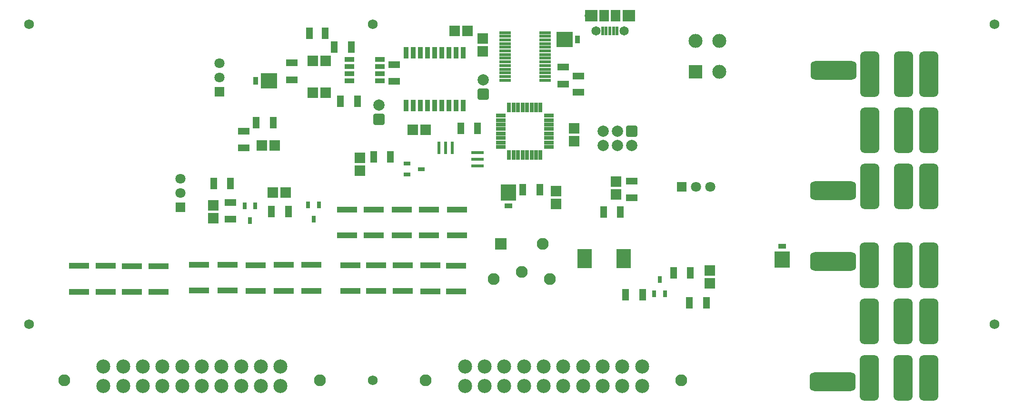
<source format=gts>
G04*
G04 #@! TF.GenerationSoftware,Altium Limited,Altium Designer,19.0.10 (269)*
G04*
G04 Layer_Color=8388736*
%FSLAX44Y44*%
%MOMM*%
G71*
G01*
G75*
%ADD42R,2.0032X0.5532*%
%ADD43R,2.0032X1.2532*%
%ADD44R,0.6032X2.2032*%
%ADD45R,2.2032X0.6032*%
%ADD46R,3.6332X1.0532*%
%ADD47R,0.8532X2.0532*%
%ADD48R,1.7282X0.8532*%
%ADD49R,1.7032X0.7032*%
%ADD50R,0.7032X1.7032*%
%ADD51R,1.2332X2.0732*%
%ADD52R,1.2532X2.0032*%
%ADD53R,1.2032X0.8032*%
%ADD54R,0.8032X1.2032*%
%ADD55R,1.7032X2.1032*%
%ADD56R,0.6032X1.5532*%
%ADD57R,2.3032X2.1032*%
%ADD58R,2.7432X2.8732*%
%ADD59R,1.4732X0.9652*%
%ADD60R,2.6032X3.5032*%
%ADD61R,1.9532X1.9032*%
%ADD62R,1.9032X1.9532*%
%ADD63R,2.0732X1.2332*%
%ADD64R,0.9652X1.4732*%
%ADD65R,2.8732X2.7432*%
G04:AMPARAMS|DCode=66|XSize=3.4032mm|YSize=8.2032mm|CornerRadius=0.9016mm|HoleSize=0mm|Usage=FLASHONLY|Rotation=270.000|XOffset=0mm|YOffset=0mm|HoleType=Round|Shape=RoundedRectangle|*
%AMROUNDEDRECTD66*
21,1,3.4032,6.4000,0,0,270.0*
21,1,1.6000,8.2032,0,0,270.0*
1,1,1.8032,-3.2000,-0.8000*
1,1,1.8032,-3.2000,0.8000*
1,1,1.8032,3.2000,0.8000*
1,1,1.8032,3.2000,-0.8000*
%
%ADD66ROUNDEDRECTD66*%
G04:AMPARAMS|DCode=67|XSize=3.4032mm|YSize=8.2032mm|CornerRadius=0.9016mm|HoleSize=0mm|Usage=FLASHONLY|Rotation=0.000|XOffset=0mm|YOffset=0mm|HoleType=Round|Shape=RoundedRectangle|*
%AMROUNDEDRECTD67*
21,1,3.4032,6.4000,0,0,0.0*
21,1,1.6000,8.2032,0,0,0.0*
1,1,1.8032,0.8000,-3.2000*
1,1,1.8032,-0.8000,-3.2000*
1,1,1.8032,-0.8000,3.2000*
1,1,1.8032,0.8000,3.2000*
%
%ADD67ROUNDEDRECTD67*%
%ADD68C,2.0032*%
G04:AMPARAMS|DCode=69|XSize=2.0032mm|YSize=2.0032mm|CornerRadius=0.3266mm|HoleSize=0mm|Usage=FLASHONLY|Rotation=180.000|XOffset=0mm|YOffset=0mm|HoleType=Round|Shape=RoundedRectangle|*
%AMROUNDEDRECTD69*
21,1,2.0032,1.3500,0,0,180.0*
21,1,1.3500,2.0032,0,0,180.0*
1,1,0.6532,-0.6750,0.6750*
1,1,0.6532,0.6750,0.6750*
1,1,0.6532,0.6750,-0.6750*
1,1,0.6532,-0.6750,-0.6750*
%
%ADD69ROUNDEDRECTD69*%
%ADD70R,1.8032X1.8032*%
%ADD71C,1.8032*%
%ADD72C,2.5032*%
%ADD73C,2.1032*%
%ADD74R,2.4892X2.4892*%
%ADD75C,2.4892*%
G04:AMPARAMS|DCode=76|XSize=2.0032mm|YSize=2.0032mm|CornerRadius=0.3266mm|HoleSize=0mm|Usage=FLASHONLY|Rotation=90.000|XOffset=0mm|YOffset=0mm|HoleType=Round|Shape=RoundedRectangle|*
%AMROUNDEDRECTD76*
21,1,2.0032,1.3500,0,0,90.0*
21,1,1.3500,2.0032,0,0,90.0*
1,1,0.6532,0.6750,0.6750*
1,1,0.6532,0.6750,-0.6750*
1,1,0.6532,-0.6750,-0.6750*
1,1,0.6532,-0.6750,0.6750*
%
%ADD76ROUNDEDRECTD76*%
%ADD77C,1.6532*%
%ADD78C,1.7272*%
%ADD79R,2.1032X2.1032*%
%ADD80R,1.8032X1.8032*%
D42*
X948048Y1030000D02*
D03*
Y1036500D02*
D03*
Y1043000D02*
D03*
Y1049500D02*
D03*
Y1056000D02*
D03*
Y1062500D02*
D03*
Y1069000D02*
D03*
Y1075500D02*
D03*
Y1082000D02*
D03*
Y1088500D02*
D03*
Y1095000D02*
D03*
Y1101500D02*
D03*
Y1108000D02*
D03*
Y1114500D02*
D03*
X1019048D02*
D03*
Y1108000D02*
D03*
Y1101500D02*
D03*
Y1095000D02*
D03*
Y1088500D02*
D03*
Y1082000D02*
D03*
Y1075500D02*
D03*
Y1069000D02*
D03*
Y1062500D02*
D03*
Y1056000D02*
D03*
Y1049500D02*
D03*
Y1043000D02*
D03*
Y1036500D02*
D03*
Y1030000D02*
D03*
D43*
X568096Y1030540D02*
D03*
Y1060540D02*
D03*
X1172972Y820406D02*
D03*
Y850406D02*
D03*
X458978Y812306D02*
D03*
Y782306D02*
D03*
X482600Y909052D02*
D03*
Y939052D02*
D03*
X750316Y1027960D02*
D03*
Y1057960D02*
D03*
X1051306Y1052920D02*
D03*
Y1022920D02*
D03*
D44*
X853756Y909650D02*
D03*
X841756D02*
D03*
X829756D02*
D03*
D45*
X898906Y901330D02*
D03*
Y889330D02*
D03*
Y877330D02*
D03*
D46*
X503936Y654418D02*
D03*
Y700418D02*
D03*
X403352Y655030D02*
D03*
Y701030D02*
D03*
X672338Y654672D02*
D03*
Y700672D02*
D03*
X862076Y799300D02*
D03*
Y753300D02*
D03*
X190246Y653110D02*
D03*
Y699110D02*
D03*
X765556Y654672D02*
D03*
Y700672D02*
D03*
X860298Y653402D02*
D03*
Y699402D02*
D03*
X718354Y654672D02*
D03*
Y700672D02*
D03*
X764286Y753300D02*
D03*
Y799300D02*
D03*
X814324Y653910D02*
D03*
Y699910D02*
D03*
X602742Y654926D02*
D03*
Y700926D02*
D03*
X553974Y654926D02*
D03*
Y700926D02*
D03*
X714248Y753732D02*
D03*
Y799732D02*
D03*
X331216Y652690D02*
D03*
Y698690D02*
D03*
X453898Y655030D02*
D03*
Y701030D02*
D03*
X812546Y753300D02*
D03*
Y799300D02*
D03*
X666496Y753478D02*
D03*
Y799478D02*
D03*
X284226Y652830D02*
D03*
Y698830D02*
D03*
X237236Y653110D02*
D03*
Y699110D02*
D03*
D47*
X771906Y1078320D02*
D03*
X784606D02*
D03*
X797306D02*
D03*
X810006D02*
D03*
X822706D02*
D03*
X835406D02*
D03*
X848106D02*
D03*
X860806D02*
D03*
X873506D02*
D03*
Y984820D02*
D03*
X860806D02*
D03*
X848106D02*
D03*
X835406D02*
D03*
X822706D02*
D03*
X810006D02*
D03*
X797306D02*
D03*
X784606D02*
D03*
X771906D02*
D03*
D48*
X671126Y1067130D02*
D03*
Y1054430D02*
D03*
Y1041730D02*
D03*
Y1029030D02*
D03*
X725366D02*
D03*
Y1041730D02*
D03*
Y1054430D02*
D03*
Y1067130D02*
D03*
D49*
X940226Y966860D02*
D03*
Y958860D02*
D03*
Y950860D02*
D03*
Y942860D02*
D03*
Y934860D02*
D03*
Y926860D02*
D03*
Y918860D02*
D03*
Y910860D02*
D03*
X1025226D02*
D03*
Y918860D02*
D03*
Y926860D02*
D03*
Y934860D02*
D03*
Y942860D02*
D03*
Y950860D02*
D03*
Y958860D02*
D03*
Y966860D02*
D03*
D50*
X954726Y896360D02*
D03*
X962726D02*
D03*
X970726D02*
D03*
X978726D02*
D03*
X986726D02*
D03*
X994726D02*
D03*
X1002726D02*
D03*
X1010726D02*
D03*
Y981360D02*
D03*
X1002726D02*
D03*
X994726D02*
D03*
X986726D02*
D03*
X978726D02*
D03*
X970726D02*
D03*
X962726D02*
D03*
X954726D02*
D03*
D51*
X599464Y1113790D02*
D03*
X627864D02*
D03*
D52*
X1122920Y794766D02*
D03*
X1152920D02*
D03*
X1009156Y834720D02*
D03*
X979156D02*
D03*
X713980Y893318D02*
D03*
X743980D02*
D03*
X429486Y846150D02*
D03*
X459486D02*
D03*
X532370Y796290D02*
D03*
X562370D02*
D03*
X1277126Y686530D02*
D03*
X1247126D02*
D03*
X1305574Y633222D02*
D03*
X1275574D02*
D03*
X504938Y954024D02*
D03*
X534938D02*
D03*
X1192036Y647700D02*
D03*
X1162036D02*
D03*
X898666Y943940D02*
D03*
X868666D02*
D03*
X684798Y992632D02*
D03*
X654798D02*
D03*
X644130Y1089152D02*
D03*
X674130D02*
D03*
D53*
X798876Y871550D02*
D03*
X772876Y881050D02*
D03*
Y862050D02*
D03*
D54*
X493776Y779988D02*
D03*
X503276Y805988D02*
D03*
X484276D02*
D03*
X607060Y782020D02*
D03*
X616560Y808020D02*
D03*
X597560D02*
D03*
X1222502Y675178D02*
D03*
X1213002Y649178D02*
D03*
X1232002D02*
D03*
D55*
X1124016Y1144600D02*
D03*
X1144016D02*
D03*
D56*
X1147016Y1117600D02*
D03*
X1121016D02*
D03*
X1140516D02*
D03*
X1127516D02*
D03*
X1134016D02*
D03*
D57*
X1100516Y1144600D02*
D03*
X1167516D02*
D03*
D58*
X1440350Y710387D02*
D03*
X953516Y829640D02*
D03*
D59*
X1440350Y733897D02*
D03*
X953516Y806130D02*
D03*
D60*
X1158446Y712470D02*
D03*
X1088946D02*
D03*
D61*
X907796Y1081030D02*
D03*
Y1104030D02*
D03*
X1070356Y921010D02*
D03*
Y944010D02*
D03*
X1038098Y832428D02*
D03*
Y809428D02*
D03*
X1145286Y849192D02*
D03*
Y826192D02*
D03*
X689356Y868870D02*
D03*
Y891870D02*
D03*
X429006Y783850D02*
D03*
Y806850D02*
D03*
X1311656Y691280D02*
D03*
Y668280D02*
D03*
D62*
X881196Y1117930D02*
D03*
X858196D02*
D03*
X806266Y941400D02*
D03*
X783266D02*
D03*
X605536Y1064590D02*
D03*
X628536D02*
D03*
X605466Y1007440D02*
D03*
X628466D02*
D03*
X557346Y829655D02*
D03*
X534346D02*
D03*
X538042Y913892D02*
D03*
X515042D02*
D03*
D63*
X1077976Y1008720D02*
D03*
Y1037120D02*
D03*
D64*
X1076721Y1102690D02*
D03*
X503936Y1029030D02*
D03*
D65*
X1053211Y1102690D02*
D03*
X527446Y1029030D02*
D03*
D66*
X1530550Y492967D02*
D03*
X1531050Y706967D02*
D03*
X1531800Y1047602D02*
D03*
X1531300Y833602D02*
D03*
D67*
X1595050Y499967D02*
D03*
Y599967D02*
D03*
Y699967D02*
D03*
X1655800Y499967D02*
D03*
Y599967D02*
D03*
Y699967D02*
D03*
X1700800Y499967D02*
D03*
Y599967D02*
D03*
Y699967D02*
D03*
X1701550Y1040602D02*
D03*
Y940602D02*
D03*
Y840602D02*
D03*
X1656550Y1040602D02*
D03*
Y940602D02*
D03*
Y840602D02*
D03*
X1595800Y1040602D02*
D03*
Y940602D02*
D03*
Y840602D02*
D03*
D68*
X1173226Y913460D02*
D03*
X1147826Y938860D02*
D03*
X1122426D02*
D03*
Y913460D02*
D03*
X1147826D02*
D03*
X909066Y1030300D02*
D03*
X1099016Y1144600D02*
D03*
X1169016D02*
D03*
X723646Y985850D02*
D03*
D69*
X1173226Y938860D02*
D03*
D70*
X1262126Y839800D02*
D03*
D71*
X1287526D02*
D03*
X1312926D02*
D03*
X369824Y854202D02*
D03*
Y828802D02*
D03*
X439420Y1059942D02*
D03*
Y1034542D02*
D03*
D72*
X1191271Y484920D02*
D03*
X1156271D02*
D03*
X1121271D02*
D03*
X1086271D02*
D03*
X1051271D02*
D03*
X1016271D02*
D03*
X981271D02*
D03*
X946271D02*
D03*
X911271D02*
D03*
X876271D02*
D03*
X1191271Y519920D02*
D03*
X1156271D02*
D03*
X1121271D02*
D03*
X1086271D02*
D03*
X1051271D02*
D03*
X1016271D02*
D03*
X981271D02*
D03*
X946271D02*
D03*
X911271D02*
D03*
X876271D02*
D03*
X548326Y484920D02*
D03*
X513326D02*
D03*
X478326D02*
D03*
X443326D02*
D03*
X408326D02*
D03*
X373326D02*
D03*
X338326D02*
D03*
X303326D02*
D03*
X268326D02*
D03*
X233326D02*
D03*
X548326Y519920D02*
D03*
X513326D02*
D03*
X478326D02*
D03*
X443326D02*
D03*
X408326D02*
D03*
X373326D02*
D03*
X338326D02*
D03*
X303326D02*
D03*
X268326D02*
D03*
X233326D02*
D03*
D73*
X1261271Y495320D02*
D03*
X806271D02*
D03*
X618326D02*
D03*
X163326D02*
D03*
X927138Y675732D02*
D03*
X977138Y688232D02*
D03*
X1027138Y675732D02*
D03*
X1014638Y738232D02*
D03*
D74*
X1286541Y1045032D02*
D03*
D75*
X1286516Y1100150D02*
D03*
X1328553Y1044880D02*
D03*
Y1100150D02*
D03*
D76*
X909066Y1004900D02*
D03*
X723646Y960450D02*
D03*
D77*
X1159016Y1117600D02*
D03*
X1109016D02*
D03*
D78*
X712216Y495320D02*
D03*
X1818326Y594920D02*
D03*
Y1129360D02*
D03*
X101346Y594920D02*
D03*
X712216Y1129360D02*
D03*
X101346D02*
D03*
D79*
X939638Y738232D02*
D03*
D80*
X369824Y803402D02*
D03*
X439420Y1009142D02*
D03*
M02*

</source>
